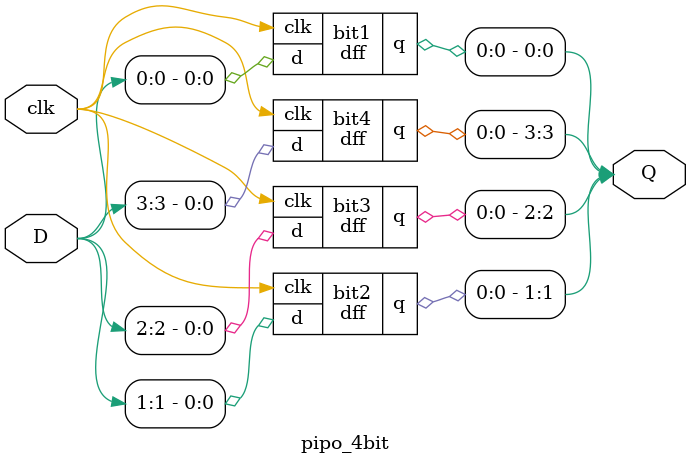
<source format=v>
`timescale 1ns / 1ps


module dff(clk,d,q);
input clk,d;
output reg q;

always @(negedge clk) begin
  q <= d;
end
endmodule 


module pipo_4bit(clk,D,Q);
input clk;
input [3:0]D;
output [3:0]Q;

dff bit1 (clk,D[0],Q[0]);
dff bit2 (clk,D[1],Q[1]);
dff bit3 (clk,D[2],Q[2]);
dff bit4 (clk,D[3],Q[3]);
endmodule

</source>
